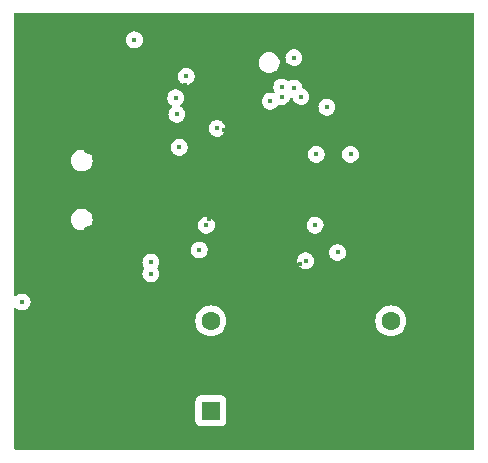
<source format=gbr>
%TF.GenerationSoftware,KiCad,Pcbnew,(6.0.0)*%
%TF.CreationDate,2022-03-30T15:51:48+02:00*%
%TF.ProjectId,USBMIc,5553424d-4963-42e6-9b69-6361645f7063,rev?*%
%TF.SameCoordinates,Original*%
%TF.FileFunction,Copper,L2,Inr*%
%TF.FilePolarity,Positive*%
%FSLAX46Y46*%
G04 Gerber Fmt 4.6, Leading zero omitted, Abs format (unit mm)*
G04 Created by KiCad (PCBNEW (6.0.0)) date 2022-03-30 15:51:48*
%MOMM*%
%LPD*%
G01*
G04 APERTURE LIST*
%TA.AperFunction,ComponentPad*%
%ADD10R,1.600000X1.600000*%
%TD*%
%TA.AperFunction,ComponentPad*%
%ADD11C,1.600000*%
%TD*%
%TA.AperFunction,ComponentPad*%
%ADD12O,2.000000X1.450000*%
%TD*%
%TA.AperFunction,ComponentPad*%
%ADD13O,1.800000X1.150000*%
%TD*%
%TA.AperFunction,ViaPad*%
%ADD14C,0.400000*%
%TD*%
G04 APERTURE END LIST*
D10*
%TO.N,unconnected-(X1-Pad1)*%
%TO.C,X1*%
X83180000Y-92210000D03*
D11*
%TO.N,+3V3*%
X83180000Y-84590000D03*
%TO.N,Net-(U3-Pad5)*%
X98420000Y-84590000D03*
%TO.N,GND*%
X98420000Y-92210000D03*
%TD*%
D12*
%TO.N,GND*%
%TO.C,J1*%
X73300000Y-69800000D03*
X73300000Y-77250000D03*
D13*
X69500000Y-69650000D03*
X69500000Y-77400000D03*
%TD*%
D14*
%TO.N,GND*%
X75500000Y-73400000D03*
%TO.N,CK*%
X89175020Y-65600000D03*
X90800000Y-65600000D03*
%TO.N,SD*%
X90200000Y-62300000D03*
X88200000Y-66000000D03*
%TO.N,RST*%
X78100000Y-79600000D03*
X78100000Y-80600000D03*
%TO.N,GND*%
X79100000Y-82200000D03*
%TO.N,Net-(R5-Pad1)*%
X81095980Y-63896203D03*
X80500000Y-69900000D03*
%TO.N,Net-(R6-Pad1)*%
X80200000Y-65700000D03*
X80300000Y-67100000D03*
%TO.N,GND*%
X78800000Y-78900000D03*
X72500000Y-74800000D03*
X76100000Y-78300000D03*
X77500000Y-76700000D03*
X74900000Y-90600000D03*
X67300000Y-88300000D03*
X67300000Y-85500000D03*
%TO.N,+3V3*%
X67200000Y-83000000D03*
%TO.N,GND*%
X83022650Y-75943376D03*
%TO.N,+3V3*%
X82200000Y-78600000D03*
X82800000Y-76500000D03*
%TO.N,GND*%
X90685931Y-79808441D03*
X89200000Y-79700000D03*
%TO.N,+3V3*%
X91200000Y-79500000D03*
X93900000Y-78800000D03*
%TO.N,GND*%
X97000000Y-78800000D03*
X97300000Y-76700000D03*
%TO.N,+3V3*%
X92000000Y-76500000D03*
%TO.N,GND*%
X94300000Y-71100000D03*
X90700000Y-68300000D03*
X95000000Y-66900000D03*
%TO.N,+3V3*%
X92100000Y-70500000D03*
X95000000Y-70500000D03*
X93000000Y-66500000D03*
%TO.N,GND*%
X92900000Y-63300000D03*
X95800000Y-61900000D03*
X101600000Y-69600000D03*
X99300000Y-69600000D03*
%TO.N,+3V3*%
X76700000Y-60800000D03*
%TO.N,GND*%
X84287718Y-68418281D03*
%TO.N,+3V3*%
X83700000Y-68300000D03*
X90220000Y-64880000D03*
X89175020Y-64800000D03*
%TO.N,GND*%
X91300000Y-64700000D03*
X88200000Y-64800000D03*
X92500000Y-59800000D03*
X85600000Y-59600000D03*
X85200000Y-61200000D03*
X83400000Y-64500000D03*
X81000000Y-64600000D03*
X78600000Y-64300000D03*
X74000000Y-67100000D03*
X69319809Y-65480191D03*
X71100000Y-65700000D03*
X72600000Y-63900000D03*
%TD*%
%TA.AperFunction,Conductor*%
%TO.N,GND*%
G36*
X105434121Y-58528002D02*
G01*
X105480614Y-58581658D01*
X105492000Y-58634000D01*
X105492000Y-95366000D01*
X105471998Y-95434121D01*
X105418342Y-95480614D01*
X105366000Y-95492000D01*
X66634000Y-95492000D01*
X66565879Y-95471998D01*
X66519386Y-95418342D01*
X66508000Y-95366000D01*
X66508000Y-93058134D01*
X81871500Y-93058134D01*
X81878255Y-93120316D01*
X81929385Y-93256705D01*
X82016739Y-93373261D01*
X82133295Y-93460615D01*
X82269684Y-93511745D01*
X82331866Y-93518500D01*
X84028134Y-93518500D01*
X84090316Y-93511745D01*
X84226705Y-93460615D01*
X84343261Y-93373261D01*
X84430615Y-93256705D01*
X84481745Y-93120316D01*
X84488500Y-93058134D01*
X84488500Y-91361866D01*
X84481745Y-91299684D01*
X84430615Y-91163295D01*
X84343261Y-91046739D01*
X84226705Y-90959385D01*
X84090316Y-90908255D01*
X84028134Y-90901500D01*
X82331866Y-90901500D01*
X82269684Y-90908255D01*
X82133295Y-90959385D01*
X82016739Y-91046739D01*
X81929385Y-91163295D01*
X81878255Y-91299684D01*
X81871500Y-91361866D01*
X81871500Y-93058134D01*
X66508000Y-93058134D01*
X66508000Y-84590000D01*
X81866502Y-84590000D01*
X81886457Y-84818087D01*
X81945716Y-85039243D01*
X81948039Y-85044224D01*
X81948039Y-85044225D01*
X82040151Y-85241762D01*
X82040154Y-85241767D01*
X82042477Y-85246749D01*
X82173802Y-85434300D01*
X82335700Y-85596198D01*
X82340208Y-85599355D01*
X82340211Y-85599357D01*
X82418389Y-85654098D01*
X82523251Y-85727523D01*
X82528233Y-85729846D01*
X82528238Y-85729849D01*
X82725775Y-85821961D01*
X82730757Y-85824284D01*
X82736065Y-85825706D01*
X82736067Y-85825707D01*
X82946598Y-85882119D01*
X82946600Y-85882119D01*
X82951913Y-85883543D01*
X83180000Y-85903498D01*
X83408087Y-85883543D01*
X83413400Y-85882119D01*
X83413402Y-85882119D01*
X83623933Y-85825707D01*
X83623935Y-85825706D01*
X83629243Y-85824284D01*
X83634225Y-85821961D01*
X83831762Y-85729849D01*
X83831767Y-85729846D01*
X83836749Y-85727523D01*
X83941611Y-85654098D01*
X84019789Y-85599357D01*
X84019792Y-85599355D01*
X84024300Y-85596198D01*
X84186198Y-85434300D01*
X84317523Y-85246749D01*
X84319846Y-85241767D01*
X84319849Y-85241762D01*
X84411961Y-85044225D01*
X84411961Y-85044224D01*
X84414284Y-85039243D01*
X84473543Y-84818087D01*
X84493498Y-84590000D01*
X97106502Y-84590000D01*
X97126457Y-84818087D01*
X97185716Y-85039243D01*
X97188039Y-85044224D01*
X97188039Y-85044225D01*
X97280151Y-85241762D01*
X97280154Y-85241767D01*
X97282477Y-85246749D01*
X97413802Y-85434300D01*
X97575700Y-85596198D01*
X97580208Y-85599355D01*
X97580211Y-85599357D01*
X97658389Y-85654098D01*
X97763251Y-85727523D01*
X97768233Y-85729846D01*
X97768238Y-85729849D01*
X97965775Y-85821961D01*
X97970757Y-85824284D01*
X97976065Y-85825706D01*
X97976067Y-85825707D01*
X98186598Y-85882119D01*
X98186600Y-85882119D01*
X98191913Y-85883543D01*
X98420000Y-85903498D01*
X98648087Y-85883543D01*
X98653400Y-85882119D01*
X98653402Y-85882119D01*
X98863933Y-85825707D01*
X98863935Y-85825706D01*
X98869243Y-85824284D01*
X98874225Y-85821961D01*
X99071762Y-85729849D01*
X99071767Y-85729846D01*
X99076749Y-85727523D01*
X99181611Y-85654098D01*
X99259789Y-85599357D01*
X99259792Y-85599355D01*
X99264300Y-85596198D01*
X99426198Y-85434300D01*
X99557523Y-85246749D01*
X99559846Y-85241767D01*
X99559849Y-85241762D01*
X99651961Y-85044225D01*
X99651961Y-85044224D01*
X99654284Y-85039243D01*
X99713543Y-84818087D01*
X99733498Y-84590000D01*
X99713543Y-84361913D01*
X99654284Y-84140757D01*
X99651961Y-84135775D01*
X99559849Y-83938238D01*
X99559846Y-83938233D01*
X99557523Y-83933251D01*
X99426198Y-83745700D01*
X99264300Y-83583802D01*
X99259792Y-83580645D01*
X99259789Y-83580643D01*
X99128302Y-83488575D01*
X99076749Y-83452477D01*
X99071767Y-83450154D01*
X99071762Y-83450151D01*
X98874225Y-83358039D01*
X98874224Y-83358039D01*
X98869243Y-83355716D01*
X98863935Y-83354294D01*
X98863933Y-83354293D01*
X98653402Y-83297881D01*
X98653400Y-83297881D01*
X98648087Y-83296457D01*
X98420000Y-83276502D01*
X98191913Y-83296457D01*
X98186600Y-83297881D01*
X98186598Y-83297881D01*
X97976067Y-83354293D01*
X97976065Y-83354294D01*
X97970757Y-83355716D01*
X97965776Y-83358039D01*
X97965775Y-83358039D01*
X97768238Y-83450151D01*
X97768233Y-83450154D01*
X97763251Y-83452477D01*
X97711698Y-83488575D01*
X97580211Y-83580643D01*
X97580208Y-83580645D01*
X97575700Y-83583802D01*
X97413802Y-83745700D01*
X97282477Y-83933251D01*
X97280154Y-83938233D01*
X97280151Y-83938238D01*
X97188039Y-84135775D01*
X97185716Y-84140757D01*
X97126457Y-84361913D01*
X97106502Y-84590000D01*
X84493498Y-84590000D01*
X84473543Y-84361913D01*
X84414284Y-84140757D01*
X84411961Y-84135775D01*
X84319849Y-83938238D01*
X84319846Y-83938233D01*
X84317523Y-83933251D01*
X84186198Y-83745700D01*
X84024300Y-83583802D01*
X84019792Y-83580645D01*
X84019789Y-83580643D01*
X83888302Y-83488575D01*
X83836749Y-83452477D01*
X83831767Y-83450154D01*
X83831762Y-83450151D01*
X83634225Y-83358039D01*
X83634224Y-83358039D01*
X83629243Y-83355716D01*
X83623935Y-83354294D01*
X83623933Y-83354293D01*
X83413402Y-83297881D01*
X83413400Y-83297881D01*
X83408087Y-83296457D01*
X83180000Y-83276502D01*
X82951913Y-83296457D01*
X82946600Y-83297881D01*
X82946598Y-83297881D01*
X82736067Y-83354293D01*
X82736065Y-83354294D01*
X82730757Y-83355716D01*
X82725776Y-83358039D01*
X82725775Y-83358039D01*
X82528238Y-83450151D01*
X82528233Y-83450154D01*
X82523251Y-83452477D01*
X82471698Y-83488575D01*
X82340211Y-83580643D01*
X82340208Y-83580645D01*
X82335700Y-83583802D01*
X82173802Y-83745700D01*
X82042477Y-83933251D01*
X82040154Y-83938233D01*
X82040151Y-83938238D01*
X81948039Y-84135775D01*
X81945716Y-84140757D01*
X81886457Y-84361913D01*
X81866502Y-84590000D01*
X66508000Y-84590000D01*
X66508000Y-83613293D01*
X66528002Y-83545172D01*
X66581658Y-83498679D01*
X66651932Y-83488575D01*
X66718799Y-83520099D01*
X66780944Y-83576646D01*
X66780948Y-83576649D01*
X66786565Y-83581760D01*
X66937268Y-83663585D01*
X67103139Y-83707101D01*
X67190586Y-83708474D01*
X67267003Y-83709675D01*
X67267006Y-83709675D01*
X67274602Y-83709794D01*
X67282006Y-83708098D01*
X67282008Y-83708098D01*
X67344846Y-83693706D01*
X67441759Y-83671510D01*
X67594958Y-83594459D01*
X67600729Y-83589530D01*
X67600732Y-83589528D01*
X67719578Y-83488023D01*
X67725355Y-83483089D01*
X67816883Y-83355716D01*
X67820992Y-83349998D01*
X67820993Y-83349997D01*
X67825424Y-83343830D01*
X67889385Y-83184720D01*
X67890455Y-83177202D01*
X67912966Y-83019031D01*
X67912966Y-83019027D01*
X67913547Y-83014947D01*
X67913704Y-83000000D01*
X67893102Y-82829758D01*
X67832487Y-82669344D01*
X67735357Y-82528019D01*
X67729686Y-82522966D01*
X67612993Y-82418996D01*
X67612990Y-82418994D01*
X67607321Y-82413943D01*
X67599325Y-82409709D01*
X67462481Y-82337254D01*
X67462482Y-82337254D01*
X67455769Y-82333700D01*
X67438196Y-82329286D01*
X67296822Y-82293775D01*
X67296818Y-82293775D01*
X67289451Y-82291924D01*
X67281852Y-82291884D01*
X67281850Y-82291884D01*
X67210394Y-82291510D01*
X67117969Y-82291026D01*
X67110589Y-82292798D01*
X67110587Y-82292798D01*
X66958602Y-82329286D01*
X66958598Y-82329287D01*
X66951223Y-82331058D01*
X66798839Y-82409709D01*
X66793122Y-82414696D01*
X66793115Y-82414701D01*
X66716829Y-82481250D01*
X66652347Y-82510958D01*
X66582040Y-82501088D01*
X66528230Y-82454775D01*
X66508000Y-82386301D01*
X66508000Y-80592526D01*
X77386335Y-80592526D01*
X77405153Y-80762975D01*
X77407762Y-80770106D01*
X77407763Y-80770108D01*
X77415688Y-80791764D01*
X77464085Y-80924015D01*
X77559730Y-81066349D01*
X77686565Y-81181760D01*
X77837268Y-81263585D01*
X78003139Y-81307101D01*
X78090586Y-81308474D01*
X78167003Y-81309675D01*
X78167006Y-81309675D01*
X78174602Y-81309794D01*
X78182006Y-81308098D01*
X78182008Y-81308098D01*
X78244846Y-81293706D01*
X78341759Y-81271510D01*
X78494958Y-81194459D01*
X78500729Y-81189530D01*
X78500732Y-81189528D01*
X78619578Y-81088023D01*
X78625355Y-81083089D01*
X78725424Y-80943830D01*
X78789385Y-80784720D01*
X78813547Y-80614947D01*
X78813704Y-80600000D01*
X78793102Y-80429758D01*
X78732487Y-80269344D01*
X78664842Y-80170920D01*
X78642742Y-80103451D01*
X78660627Y-80034744D01*
X78666360Y-80026027D01*
X78720990Y-79950002D01*
X78720994Y-79949996D01*
X78725424Y-79943830D01*
X78789385Y-79784720D01*
X78793554Y-79755425D01*
X78812966Y-79619031D01*
X78812966Y-79619027D01*
X78813547Y-79614947D01*
X78813704Y-79600000D01*
X78809258Y-79563262D01*
X78800698Y-79492526D01*
X90486335Y-79492526D01*
X90495744Y-79577750D01*
X90499851Y-79614947D01*
X90505153Y-79662975D01*
X90507762Y-79670106D01*
X90507763Y-79670108D01*
X90515688Y-79691764D01*
X90564085Y-79824015D01*
X90659730Y-79966349D01*
X90723147Y-80024054D01*
X90769629Y-80066349D01*
X90786565Y-80081760D01*
X90937268Y-80163585D01*
X91103139Y-80207101D01*
X91190586Y-80208474D01*
X91267003Y-80209675D01*
X91267006Y-80209675D01*
X91274602Y-80209794D01*
X91282006Y-80208098D01*
X91282008Y-80208098D01*
X91344846Y-80193706D01*
X91441759Y-80171510D01*
X91594958Y-80094459D01*
X91600729Y-80089530D01*
X91600732Y-80089528D01*
X91719578Y-79988023D01*
X91725355Y-79983089D01*
X91825424Y-79843830D01*
X91889385Y-79684720D01*
X91900854Y-79604133D01*
X91912966Y-79519031D01*
X91912966Y-79519027D01*
X91913547Y-79514947D01*
X91913704Y-79500000D01*
X91893102Y-79329758D01*
X91885559Y-79309794D01*
X91835171Y-79176447D01*
X91832487Y-79169344D01*
X91768965Y-79076919D01*
X91739659Y-79034278D01*
X91739658Y-79034276D01*
X91735357Y-79028019D01*
X91729686Y-79022966D01*
X91612993Y-78918996D01*
X91612990Y-78918994D01*
X91607321Y-78913943D01*
X91599325Y-78909709D01*
X91462481Y-78837254D01*
X91462482Y-78837254D01*
X91455769Y-78833700D01*
X91438196Y-78829286D01*
X91296822Y-78793775D01*
X91296818Y-78793775D01*
X91291847Y-78792526D01*
X93186335Y-78792526D01*
X93191273Y-78837254D01*
X93202262Y-78936785D01*
X93205153Y-78962975D01*
X93207762Y-78970106D01*
X93207763Y-78970108D01*
X93224081Y-79014698D01*
X93264085Y-79124015D01*
X93268322Y-79130321D01*
X93268324Y-79130324D01*
X93290340Y-79163086D01*
X93359730Y-79266349D01*
X93486565Y-79381760D01*
X93637268Y-79463585D01*
X93803139Y-79507101D01*
X93890586Y-79508474D01*
X93967003Y-79509675D01*
X93967006Y-79509675D01*
X93974602Y-79509794D01*
X93982006Y-79508098D01*
X93982008Y-79508098D01*
X94082880Y-79484995D01*
X94141759Y-79471510D01*
X94294958Y-79394459D01*
X94300729Y-79389530D01*
X94300732Y-79389528D01*
X94419578Y-79288023D01*
X94425355Y-79283089D01*
X94525424Y-79143830D01*
X94589385Y-78984720D01*
X94594327Y-78949998D01*
X94612966Y-78819031D01*
X94612966Y-78819027D01*
X94613547Y-78814947D01*
X94613704Y-78800000D01*
X94593102Y-78629758D01*
X94587506Y-78614947D01*
X94535171Y-78476447D01*
X94532487Y-78469344D01*
X94435357Y-78328019D01*
X94429686Y-78322966D01*
X94312993Y-78218996D01*
X94312990Y-78218994D01*
X94307321Y-78213943D01*
X94299325Y-78209709D01*
X94162481Y-78137254D01*
X94162482Y-78137254D01*
X94155769Y-78133700D01*
X94133152Y-78128019D01*
X93996822Y-78093775D01*
X93996818Y-78093775D01*
X93989451Y-78091924D01*
X93981852Y-78091884D01*
X93981850Y-78091884D01*
X93910394Y-78091510D01*
X93817969Y-78091026D01*
X93810589Y-78092798D01*
X93810587Y-78092798D01*
X93658602Y-78129286D01*
X93658598Y-78129287D01*
X93651223Y-78131058D01*
X93498839Y-78209709D01*
X93369615Y-78322439D01*
X93271010Y-78462739D01*
X93239864Y-78542624D01*
X93213275Y-78610822D01*
X93208718Y-78622509D01*
X93207726Y-78630042D01*
X93207726Y-78630043D01*
X93187363Y-78784720D01*
X93186335Y-78792526D01*
X91291847Y-78792526D01*
X91289451Y-78791924D01*
X91281852Y-78791884D01*
X91281850Y-78791884D01*
X91210394Y-78791510D01*
X91117969Y-78791026D01*
X91110589Y-78792798D01*
X91110587Y-78792798D01*
X90958602Y-78829286D01*
X90958598Y-78829287D01*
X90951223Y-78831058D01*
X90798839Y-78909709D01*
X90669615Y-79022439D01*
X90571010Y-79162739D01*
X90558643Y-79194459D01*
X90513722Y-79309675D01*
X90508718Y-79322509D01*
X90507726Y-79330042D01*
X90507726Y-79330043D01*
X90488879Y-79473205D01*
X90486335Y-79492526D01*
X78800698Y-79492526D01*
X78794015Y-79437299D01*
X78794014Y-79437296D01*
X78793102Y-79429758D01*
X78777901Y-79389528D01*
X78735171Y-79276447D01*
X78732487Y-79269344D01*
X78668641Y-79176447D01*
X78639659Y-79134278D01*
X78639658Y-79134276D01*
X78635357Y-79128019D01*
X78629686Y-79122966D01*
X78512993Y-79018996D01*
X78512990Y-79018994D01*
X78507321Y-79013943D01*
X78499325Y-79009709D01*
X78424531Y-78970108D01*
X78355769Y-78933700D01*
X78338196Y-78929286D01*
X78196822Y-78893775D01*
X78196818Y-78893775D01*
X78189451Y-78891924D01*
X78181852Y-78891884D01*
X78181850Y-78891884D01*
X78110394Y-78891510D01*
X78017969Y-78891026D01*
X78010589Y-78892798D01*
X78010587Y-78892798D01*
X77858602Y-78929286D01*
X77858598Y-78929287D01*
X77851223Y-78931058D01*
X77698839Y-79009709D01*
X77569615Y-79122439D01*
X77471010Y-79262739D01*
X77408718Y-79422509D01*
X77407726Y-79430042D01*
X77407726Y-79430043D01*
X77396011Y-79519031D01*
X77386335Y-79592526D01*
X77405153Y-79762975D01*
X77407762Y-79770106D01*
X77407763Y-79770108D01*
X77415688Y-79791764D01*
X77464085Y-79924015D01*
X77468322Y-79930321D01*
X77468324Y-79930324D01*
X77535530Y-80030336D01*
X77556923Y-80098033D01*
X77538319Y-80166549D01*
X77534041Y-80173056D01*
X77471010Y-80262739D01*
X77408718Y-80422509D01*
X77386335Y-80592526D01*
X66508000Y-80592526D01*
X66508000Y-78592526D01*
X81486335Y-78592526D01*
X81505153Y-78762975D01*
X81507762Y-78770106D01*
X81507763Y-78770108D01*
X81522662Y-78810822D01*
X81564085Y-78924015D01*
X81568322Y-78930321D01*
X81568324Y-78930324D01*
X81590265Y-78962975D01*
X81659730Y-79066349D01*
X81715262Y-79116879D01*
X81766043Y-79163086D01*
X81786565Y-79181760D01*
X81937268Y-79263585D01*
X82103139Y-79307101D01*
X82190586Y-79308474D01*
X82267003Y-79309675D01*
X82267006Y-79309675D01*
X82274602Y-79309794D01*
X82282006Y-79308098D01*
X82282008Y-79308098D01*
X82391202Y-79283089D01*
X82441759Y-79271510D01*
X82594958Y-79194459D01*
X82600729Y-79189530D01*
X82600732Y-79189528D01*
X82719578Y-79088023D01*
X82725355Y-79083089D01*
X82798470Y-78981340D01*
X82820992Y-78949998D01*
X82820993Y-78949997D01*
X82825424Y-78943830D01*
X82889385Y-78784720D01*
X82913547Y-78614947D01*
X82913704Y-78600000D01*
X82897893Y-78469344D01*
X82894015Y-78437299D01*
X82894014Y-78437296D01*
X82893102Y-78429758D01*
X82857024Y-78334278D01*
X82835171Y-78276447D01*
X82832487Y-78269344D01*
X82735357Y-78128019D01*
X82729686Y-78122966D01*
X82612993Y-78018996D01*
X82612990Y-78018994D01*
X82607321Y-78013943D01*
X82599325Y-78009709D01*
X82462481Y-77937254D01*
X82462482Y-77937254D01*
X82455769Y-77933700D01*
X82438196Y-77929286D01*
X82296822Y-77893775D01*
X82296818Y-77893775D01*
X82289451Y-77891924D01*
X82281852Y-77891884D01*
X82281850Y-77891884D01*
X82210394Y-77891510D01*
X82117969Y-77891026D01*
X82110589Y-77892798D01*
X82110587Y-77892798D01*
X81958602Y-77929286D01*
X81958598Y-77929287D01*
X81951223Y-77931058D01*
X81798839Y-78009709D01*
X81669615Y-78122439D01*
X81571010Y-78262739D01*
X81508718Y-78422509D01*
X81507726Y-78430042D01*
X81507726Y-78430043D01*
X81502490Y-78469819D01*
X81486335Y-78592526D01*
X66508000Y-78592526D01*
X66508000Y-76025000D01*
X71336496Y-76025000D01*
X71337186Y-76031565D01*
X71352414Y-76176447D01*
X71356458Y-76214928D01*
X71415473Y-76396556D01*
X71510960Y-76561944D01*
X71515378Y-76566851D01*
X71515379Y-76566852D01*
X71608351Y-76670108D01*
X71638747Y-76703866D01*
X71793248Y-76816118D01*
X71799276Y-76818802D01*
X71799278Y-76818803D01*
X71855490Y-76843830D01*
X71967712Y-76893794D01*
X72061112Y-76913647D01*
X72148056Y-76932128D01*
X72148061Y-76932128D01*
X72154513Y-76933500D01*
X72345487Y-76933500D01*
X72351939Y-76932128D01*
X72351944Y-76932128D01*
X72438888Y-76913647D01*
X72532288Y-76893794D01*
X72644510Y-76843830D01*
X72700722Y-76818803D01*
X72700724Y-76818802D01*
X72706752Y-76816118D01*
X72861253Y-76703866D01*
X72891649Y-76670108D01*
X72984621Y-76566852D01*
X72984622Y-76566851D01*
X72989040Y-76561944D01*
X73029119Y-76492526D01*
X82086335Y-76492526D01*
X82105153Y-76662975D01*
X82107762Y-76670106D01*
X82107763Y-76670108D01*
X82115688Y-76691764D01*
X82164085Y-76824015D01*
X82259730Y-76966349D01*
X82386565Y-77081760D01*
X82537268Y-77163585D01*
X82703139Y-77207101D01*
X82790586Y-77208474D01*
X82867003Y-77209675D01*
X82867006Y-77209675D01*
X82874602Y-77209794D01*
X82882006Y-77208098D01*
X82882008Y-77208098D01*
X82944846Y-77193706D01*
X83041759Y-77171510D01*
X83194958Y-77094459D01*
X83200729Y-77089530D01*
X83200732Y-77089528D01*
X83319578Y-76988023D01*
X83325355Y-76983089D01*
X83425424Y-76843830D01*
X83489385Y-76684720D01*
X83506160Y-76566852D01*
X83512966Y-76519031D01*
X83512966Y-76519027D01*
X83513547Y-76514947D01*
X83513704Y-76500000D01*
X83512800Y-76492526D01*
X91286335Y-76492526D01*
X91305153Y-76662975D01*
X91307762Y-76670106D01*
X91307763Y-76670108D01*
X91315688Y-76691764D01*
X91364085Y-76824015D01*
X91459730Y-76966349D01*
X91586565Y-77081760D01*
X91737268Y-77163585D01*
X91903139Y-77207101D01*
X91990586Y-77208474D01*
X92067003Y-77209675D01*
X92067006Y-77209675D01*
X92074602Y-77209794D01*
X92082006Y-77208098D01*
X92082008Y-77208098D01*
X92144846Y-77193706D01*
X92241759Y-77171510D01*
X92394958Y-77094459D01*
X92400729Y-77089530D01*
X92400732Y-77089528D01*
X92519578Y-76988023D01*
X92525355Y-76983089D01*
X92625424Y-76843830D01*
X92689385Y-76684720D01*
X92706160Y-76566852D01*
X92712966Y-76519031D01*
X92712966Y-76519027D01*
X92713547Y-76514947D01*
X92713704Y-76500000D01*
X92693102Y-76329758D01*
X92632487Y-76169344D01*
X92535357Y-76028019D01*
X92529686Y-76022966D01*
X92412993Y-75918996D01*
X92412990Y-75918994D01*
X92407321Y-75913943D01*
X92399325Y-75909709D01*
X92346723Y-75881858D01*
X92255769Y-75833700D01*
X92238196Y-75829286D01*
X92096822Y-75793775D01*
X92096818Y-75793775D01*
X92089451Y-75791924D01*
X92081852Y-75791884D01*
X92081850Y-75791884D01*
X92010394Y-75791510D01*
X91917969Y-75791026D01*
X91910589Y-75792798D01*
X91910587Y-75792798D01*
X91758602Y-75829286D01*
X91758598Y-75829287D01*
X91751223Y-75831058D01*
X91598839Y-75909709D01*
X91469615Y-76022439D01*
X91371010Y-76162739D01*
X91308718Y-76322509D01*
X91307726Y-76330042D01*
X91307726Y-76330043D01*
X91298970Y-76396556D01*
X91286335Y-76492526D01*
X83512800Y-76492526D01*
X83493102Y-76329758D01*
X83432487Y-76169344D01*
X83335357Y-76028019D01*
X83329686Y-76022966D01*
X83212993Y-75918996D01*
X83212990Y-75918994D01*
X83207321Y-75913943D01*
X83199325Y-75909709D01*
X83146723Y-75881858D01*
X83055769Y-75833700D01*
X83038196Y-75829286D01*
X82896822Y-75793775D01*
X82896818Y-75793775D01*
X82889451Y-75791924D01*
X82881852Y-75791884D01*
X82881850Y-75791884D01*
X82810394Y-75791510D01*
X82717969Y-75791026D01*
X82710589Y-75792798D01*
X82710587Y-75792798D01*
X82558602Y-75829286D01*
X82558598Y-75829287D01*
X82551223Y-75831058D01*
X82398839Y-75909709D01*
X82269615Y-76022439D01*
X82171010Y-76162739D01*
X82108718Y-76322509D01*
X82107726Y-76330042D01*
X82107726Y-76330043D01*
X82098970Y-76396556D01*
X82086335Y-76492526D01*
X73029119Y-76492526D01*
X73084527Y-76396556D01*
X73143542Y-76214928D01*
X73147587Y-76176447D01*
X73162814Y-76031565D01*
X73163504Y-76025000D01*
X73143542Y-75835072D01*
X73084527Y-75653444D01*
X72989040Y-75488056D01*
X72861253Y-75346134D01*
X72706752Y-75233882D01*
X72700724Y-75231198D01*
X72700722Y-75231197D01*
X72538319Y-75158891D01*
X72538318Y-75158891D01*
X72532288Y-75156206D01*
X72438888Y-75136353D01*
X72351944Y-75117872D01*
X72351939Y-75117872D01*
X72345487Y-75116500D01*
X72154513Y-75116500D01*
X72148061Y-75117872D01*
X72148056Y-75117872D01*
X72061112Y-75136353D01*
X71967712Y-75156206D01*
X71961682Y-75158891D01*
X71961681Y-75158891D01*
X71799278Y-75231197D01*
X71799276Y-75231198D01*
X71793248Y-75233882D01*
X71638747Y-75346134D01*
X71510960Y-75488056D01*
X71415473Y-75653444D01*
X71356458Y-75835072D01*
X71336496Y-76025000D01*
X66508000Y-76025000D01*
X66508000Y-71025000D01*
X71336496Y-71025000D01*
X71337186Y-71031565D01*
X71351895Y-71171510D01*
X71356458Y-71214928D01*
X71415473Y-71396556D01*
X71510960Y-71561944D01*
X71638747Y-71703866D01*
X71793248Y-71816118D01*
X71799276Y-71818802D01*
X71799278Y-71818803D01*
X71961681Y-71891109D01*
X71967712Y-71893794D01*
X72061112Y-71913647D01*
X72148056Y-71932128D01*
X72148061Y-71932128D01*
X72154513Y-71933500D01*
X72345487Y-71933500D01*
X72351939Y-71932128D01*
X72351944Y-71932128D01*
X72438888Y-71913647D01*
X72532288Y-71893794D01*
X72538319Y-71891109D01*
X72700722Y-71818803D01*
X72700724Y-71818802D01*
X72706752Y-71816118D01*
X72861253Y-71703866D01*
X72989040Y-71561944D01*
X73084527Y-71396556D01*
X73143542Y-71214928D01*
X73148106Y-71171510D01*
X73162814Y-71031565D01*
X73163504Y-71025000D01*
X73145111Y-70849998D01*
X73144232Y-70841635D01*
X73144232Y-70841633D01*
X73143542Y-70835072D01*
X73084527Y-70653444D01*
X72989040Y-70488056D01*
X72894528Y-70383089D01*
X72865675Y-70351045D01*
X72865674Y-70351044D01*
X72861253Y-70346134D01*
X72706752Y-70233882D01*
X72700724Y-70231198D01*
X72700722Y-70231197D01*
X72538319Y-70158891D01*
X72538318Y-70158891D01*
X72532288Y-70156206D01*
X72438887Y-70136353D01*
X72351944Y-70117872D01*
X72351939Y-70117872D01*
X72345487Y-70116500D01*
X72154513Y-70116500D01*
X72148061Y-70117872D01*
X72148056Y-70117872D01*
X72061113Y-70136353D01*
X71967712Y-70156206D01*
X71961682Y-70158891D01*
X71961681Y-70158891D01*
X71799278Y-70231197D01*
X71799276Y-70231198D01*
X71793248Y-70233882D01*
X71638747Y-70346134D01*
X71634326Y-70351044D01*
X71634325Y-70351045D01*
X71605473Y-70383089D01*
X71510960Y-70488056D01*
X71415473Y-70653444D01*
X71356458Y-70835072D01*
X71355768Y-70841633D01*
X71355768Y-70841635D01*
X71354889Y-70849998D01*
X71336496Y-71025000D01*
X66508000Y-71025000D01*
X66508000Y-69892526D01*
X79786335Y-69892526D01*
X79795744Y-69977750D01*
X79801985Y-70034278D01*
X79805153Y-70062975D01*
X79807762Y-70070106D01*
X79807763Y-70070108D01*
X79815688Y-70091764D01*
X79864085Y-70224015D01*
X79959730Y-70366349D01*
X80086565Y-70481760D01*
X80237268Y-70563585D01*
X80403139Y-70607101D01*
X80490586Y-70608474D01*
X80567003Y-70609675D01*
X80567006Y-70609675D01*
X80574602Y-70609794D01*
X80582006Y-70608098D01*
X80582008Y-70608098D01*
X80644846Y-70593706D01*
X80741759Y-70571510D01*
X80894958Y-70494459D01*
X80897221Y-70492526D01*
X91386335Y-70492526D01*
X91393780Y-70559962D01*
X91404101Y-70653444D01*
X91405153Y-70662975D01*
X91407762Y-70670106D01*
X91407763Y-70670108D01*
X91415688Y-70691764D01*
X91464085Y-70824015D01*
X91559730Y-70966349D01*
X91686565Y-71081760D01*
X91837268Y-71163585D01*
X92003139Y-71207101D01*
X92090586Y-71208474D01*
X92167003Y-71209675D01*
X92167006Y-71209675D01*
X92174602Y-71209794D01*
X92182006Y-71208098D01*
X92182008Y-71208098D01*
X92244846Y-71193706D01*
X92341759Y-71171510D01*
X92494958Y-71094459D01*
X92500729Y-71089530D01*
X92500732Y-71089528D01*
X92619578Y-70988023D01*
X92625355Y-70983089D01*
X92725424Y-70843830D01*
X92789385Y-70684720D01*
X92794651Y-70647721D01*
X92812966Y-70519031D01*
X92812966Y-70519027D01*
X92813547Y-70514947D01*
X92813704Y-70500000D01*
X92812800Y-70492526D01*
X94286335Y-70492526D01*
X94293780Y-70559962D01*
X94304101Y-70653444D01*
X94305153Y-70662975D01*
X94307762Y-70670106D01*
X94307763Y-70670108D01*
X94315688Y-70691764D01*
X94364085Y-70824015D01*
X94459730Y-70966349D01*
X94586565Y-71081760D01*
X94737268Y-71163585D01*
X94903139Y-71207101D01*
X94990586Y-71208474D01*
X95067003Y-71209675D01*
X95067006Y-71209675D01*
X95074602Y-71209794D01*
X95082006Y-71208098D01*
X95082008Y-71208098D01*
X95144846Y-71193706D01*
X95241759Y-71171510D01*
X95394958Y-71094459D01*
X95400729Y-71089530D01*
X95400732Y-71089528D01*
X95519578Y-70988023D01*
X95525355Y-70983089D01*
X95625424Y-70843830D01*
X95689385Y-70684720D01*
X95694651Y-70647721D01*
X95712966Y-70519031D01*
X95712966Y-70519027D01*
X95713547Y-70514947D01*
X95713704Y-70500000D01*
X95699556Y-70383089D01*
X95694015Y-70337299D01*
X95694014Y-70337296D01*
X95693102Y-70329758D01*
X95662964Y-70249998D01*
X95635171Y-70176447D01*
X95632487Y-70169344D01*
X95535357Y-70028019D01*
X95529686Y-70022966D01*
X95412993Y-69918996D01*
X95412990Y-69918994D01*
X95407321Y-69913943D01*
X95399325Y-69909709D01*
X95262481Y-69837254D01*
X95262482Y-69837254D01*
X95255769Y-69833700D01*
X95238196Y-69829286D01*
X95096822Y-69793775D01*
X95096818Y-69793775D01*
X95089451Y-69791924D01*
X95081852Y-69791884D01*
X95081850Y-69791884D01*
X95010394Y-69791510D01*
X94917969Y-69791026D01*
X94910589Y-69792798D01*
X94910587Y-69792798D01*
X94758602Y-69829286D01*
X94758598Y-69829287D01*
X94751223Y-69831058D01*
X94598839Y-69909709D01*
X94469615Y-70022439D01*
X94371010Y-70162739D01*
X94308718Y-70322509D01*
X94307726Y-70330042D01*
X94307726Y-70330043D01*
X94287570Y-70483148D01*
X94286335Y-70492526D01*
X92812800Y-70492526D01*
X92799556Y-70383089D01*
X92794015Y-70337299D01*
X92794014Y-70337296D01*
X92793102Y-70329758D01*
X92762964Y-70249998D01*
X92735171Y-70176447D01*
X92732487Y-70169344D01*
X92635357Y-70028019D01*
X92629686Y-70022966D01*
X92512993Y-69918996D01*
X92512990Y-69918994D01*
X92507321Y-69913943D01*
X92499325Y-69909709D01*
X92362481Y-69837254D01*
X92362482Y-69837254D01*
X92355769Y-69833700D01*
X92338196Y-69829286D01*
X92196822Y-69793775D01*
X92196818Y-69793775D01*
X92189451Y-69791924D01*
X92181852Y-69791884D01*
X92181850Y-69791884D01*
X92110394Y-69791510D01*
X92017969Y-69791026D01*
X92010589Y-69792798D01*
X92010587Y-69792798D01*
X91858602Y-69829286D01*
X91858598Y-69829287D01*
X91851223Y-69831058D01*
X91698839Y-69909709D01*
X91569615Y-70022439D01*
X91471010Y-70162739D01*
X91408718Y-70322509D01*
X91407726Y-70330042D01*
X91407726Y-70330043D01*
X91387570Y-70483148D01*
X91386335Y-70492526D01*
X80897221Y-70492526D01*
X80900729Y-70489530D01*
X80900732Y-70489528D01*
X81019578Y-70388023D01*
X81025355Y-70383089D01*
X81125424Y-70243830D01*
X81189385Y-70084720D01*
X81196564Y-70034278D01*
X81212966Y-69919031D01*
X81212966Y-69919027D01*
X81213547Y-69914947D01*
X81213704Y-69900000D01*
X81205361Y-69831058D01*
X81194015Y-69737299D01*
X81194014Y-69737296D01*
X81193102Y-69729758D01*
X81132487Y-69569344D01*
X81035357Y-69428019D01*
X81029686Y-69422966D01*
X80912993Y-69318996D01*
X80912990Y-69318994D01*
X80907321Y-69313943D01*
X80899325Y-69309709D01*
X80762481Y-69237254D01*
X80762482Y-69237254D01*
X80755769Y-69233700D01*
X80738196Y-69229286D01*
X80596822Y-69193775D01*
X80596818Y-69193775D01*
X80589451Y-69191924D01*
X80581852Y-69191884D01*
X80581850Y-69191884D01*
X80510394Y-69191510D01*
X80417969Y-69191026D01*
X80410589Y-69192798D01*
X80410587Y-69192798D01*
X80258602Y-69229286D01*
X80258598Y-69229287D01*
X80251223Y-69231058D01*
X80098839Y-69309709D01*
X79969615Y-69422439D01*
X79871010Y-69562739D01*
X79808718Y-69722509D01*
X79807726Y-69730042D01*
X79807726Y-69730043D01*
X79793612Y-69837254D01*
X79786335Y-69892526D01*
X66508000Y-69892526D01*
X66508000Y-68292526D01*
X82986335Y-68292526D01*
X83005153Y-68462975D01*
X83007762Y-68470106D01*
X83007763Y-68470108D01*
X83015688Y-68491764D01*
X83064085Y-68624015D01*
X83159730Y-68766349D01*
X83286565Y-68881760D01*
X83437268Y-68963585D01*
X83603139Y-69007101D01*
X83690586Y-69008474D01*
X83767003Y-69009675D01*
X83767006Y-69009675D01*
X83774602Y-69009794D01*
X83782006Y-69008098D01*
X83782008Y-69008098D01*
X83844846Y-68993706D01*
X83941759Y-68971510D01*
X84094958Y-68894459D01*
X84100729Y-68889530D01*
X84100732Y-68889528D01*
X84219578Y-68788023D01*
X84225355Y-68783089D01*
X84325424Y-68643830D01*
X84389385Y-68484720D01*
X84413547Y-68314947D01*
X84413704Y-68300000D01*
X84393102Y-68129758D01*
X84332487Y-67969344D01*
X84235357Y-67828019D01*
X84229686Y-67822966D01*
X84112993Y-67718996D01*
X84112990Y-67718994D01*
X84107321Y-67713943D01*
X84099325Y-67709709D01*
X83962481Y-67637254D01*
X83962482Y-67637254D01*
X83955769Y-67633700D01*
X83938196Y-67629286D01*
X83796822Y-67593775D01*
X83796818Y-67593775D01*
X83789451Y-67591924D01*
X83781852Y-67591884D01*
X83781850Y-67591884D01*
X83710394Y-67591510D01*
X83617969Y-67591026D01*
X83610589Y-67592798D01*
X83610587Y-67592798D01*
X83458602Y-67629286D01*
X83458598Y-67629287D01*
X83451223Y-67631058D01*
X83298839Y-67709709D01*
X83169615Y-67822439D01*
X83071010Y-67962739D01*
X83008718Y-68122509D01*
X82986335Y-68292526D01*
X66508000Y-68292526D01*
X66508000Y-65692526D01*
X79486335Y-65692526D01*
X79491323Y-65737705D01*
X79502014Y-65834539D01*
X79505153Y-65862975D01*
X79507762Y-65870106D01*
X79507763Y-65870108D01*
X79524081Y-65914698D01*
X79564085Y-66024015D01*
X79659730Y-66166349D01*
X79694372Y-66197871D01*
X79778811Y-66274704D01*
X79786565Y-66281760D01*
X79851247Y-66316879D01*
X79857505Y-66320277D01*
X79907826Y-66370359D01*
X79923083Y-66439697D01*
X79898431Y-66506276D01*
X79880213Y-66525956D01*
X79775342Y-66617442D01*
X79775338Y-66617447D01*
X79769615Y-66622439D01*
X79671010Y-66762739D01*
X79608718Y-66922509D01*
X79607726Y-66930042D01*
X79607726Y-66930043D01*
X79600743Y-66983089D01*
X79586335Y-67092526D01*
X79593780Y-67159962D01*
X79599282Y-67209794D01*
X79605153Y-67262975D01*
X79607762Y-67270106D01*
X79607763Y-67270108D01*
X79615688Y-67291764D01*
X79664085Y-67424015D01*
X79759730Y-67566349D01*
X79886565Y-67681760D01*
X80037268Y-67763585D01*
X80203139Y-67807101D01*
X80290586Y-67808474D01*
X80367003Y-67809675D01*
X80367006Y-67809675D01*
X80374602Y-67809794D01*
X80382006Y-67808098D01*
X80382008Y-67808098D01*
X80444846Y-67793706D01*
X80541759Y-67771510D01*
X80694958Y-67694459D01*
X80700729Y-67689530D01*
X80700732Y-67689528D01*
X80819578Y-67588023D01*
X80825355Y-67583089D01*
X80925424Y-67443830D01*
X80989385Y-67284720D01*
X80993554Y-67255425D01*
X81012966Y-67119031D01*
X81012966Y-67119027D01*
X81013547Y-67114947D01*
X81013704Y-67100000D01*
X80999556Y-66983089D01*
X80994015Y-66937299D01*
X80994014Y-66937296D01*
X80993102Y-66929758D01*
X80962964Y-66849998D01*
X80935171Y-66776447D01*
X80932487Y-66769344D01*
X80923675Y-66756523D01*
X80839659Y-66634278D01*
X80839658Y-66634276D01*
X80835357Y-66628019D01*
X80829686Y-66622966D01*
X80712993Y-66518996D01*
X80712990Y-66518994D01*
X80707321Y-66513943D01*
X80643171Y-66479977D01*
X80592331Y-66430427D01*
X80576349Y-66361252D01*
X80600303Y-66294419D01*
X80620302Y-66272814D01*
X80719578Y-66188023D01*
X80725355Y-66183089D01*
X80825424Y-66043830D01*
X80846048Y-65992526D01*
X87486335Y-65992526D01*
X87505153Y-66162975D01*
X87507762Y-66170106D01*
X87507763Y-66170108D01*
X87513353Y-66185384D01*
X87564085Y-66324015D01*
X87568322Y-66330321D01*
X87568324Y-66330324D01*
X87577400Y-66343830D01*
X87659730Y-66466349D01*
X87786565Y-66581760D01*
X87937268Y-66663585D01*
X88103139Y-66707101D01*
X88190586Y-66708474D01*
X88267003Y-66709675D01*
X88267006Y-66709675D01*
X88274602Y-66709794D01*
X88282006Y-66708098D01*
X88282008Y-66708098D01*
X88353325Y-66691764D01*
X88441759Y-66671510D01*
X88594958Y-66594459D01*
X88600729Y-66589530D01*
X88600732Y-66589528D01*
X88714306Y-66492526D01*
X92286335Y-66492526D01*
X92290026Y-66525956D01*
X92301985Y-66634278D01*
X92305153Y-66662975D01*
X92307762Y-66670106D01*
X92307763Y-66670108D01*
X92322243Y-66709675D01*
X92364085Y-66824015D01*
X92459730Y-66966349D01*
X92586565Y-67081760D01*
X92737268Y-67163585D01*
X92903139Y-67207101D01*
X92990586Y-67208474D01*
X93067003Y-67209675D01*
X93067006Y-67209675D01*
X93074602Y-67209794D01*
X93082006Y-67208098D01*
X93082008Y-67208098D01*
X93144846Y-67193706D01*
X93241759Y-67171510D01*
X93394958Y-67094459D01*
X93400729Y-67089530D01*
X93400732Y-67089528D01*
X93519578Y-66988023D01*
X93525355Y-66983089D01*
X93625424Y-66843830D01*
X93689385Y-66684720D01*
X93696564Y-66634278D01*
X93712966Y-66519031D01*
X93712966Y-66519027D01*
X93713547Y-66514947D01*
X93713704Y-66500000D01*
X93698155Y-66371510D01*
X93694015Y-66337299D01*
X93694014Y-66337296D01*
X93693102Y-66329758D01*
X93689520Y-66320277D01*
X93635171Y-66176447D01*
X93632487Y-66169344D01*
X93568965Y-66076919D01*
X93539659Y-66034278D01*
X93539658Y-66034276D01*
X93535357Y-66028019D01*
X93529686Y-66022966D01*
X93412993Y-65918996D01*
X93412990Y-65918994D01*
X93407321Y-65913943D01*
X93399325Y-65909709D01*
X93324531Y-65870108D01*
X93255769Y-65833700D01*
X93211216Y-65822509D01*
X93096822Y-65793775D01*
X93096818Y-65793775D01*
X93089451Y-65791924D01*
X93081852Y-65791884D01*
X93081850Y-65791884D01*
X93010394Y-65791510D01*
X92917969Y-65791026D01*
X92910589Y-65792798D01*
X92910587Y-65792798D01*
X92758602Y-65829286D01*
X92758598Y-65829287D01*
X92751223Y-65831058D01*
X92598839Y-65909709D01*
X92469615Y-66022439D01*
X92371010Y-66162739D01*
X92358643Y-66194459D01*
X92313722Y-66309675D01*
X92308718Y-66322509D01*
X92307726Y-66330042D01*
X92307726Y-66330043D01*
X92287987Y-66479980D01*
X92286335Y-66492526D01*
X88714306Y-66492526D01*
X88719578Y-66488023D01*
X88725355Y-66483089D01*
X88806361Y-66370359D01*
X88820992Y-66349998D01*
X88820993Y-66349997D01*
X88825424Y-66343830D01*
X88827385Y-66338952D01*
X88877024Y-66289597D01*
X88946441Y-66274704D01*
X88969065Y-66278481D01*
X89070808Y-66305173D01*
X89070812Y-66305174D01*
X89078159Y-66307101D01*
X89165606Y-66308474D01*
X89242023Y-66309675D01*
X89242026Y-66309675D01*
X89249622Y-66309794D01*
X89257026Y-66308098D01*
X89257028Y-66308098D01*
X89337807Y-66289597D01*
X89416779Y-66271510D01*
X89569978Y-66194459D01*
X89575749Y-66189530D01*
X89575752Y-66189528D01*
X89694598Y-66088023D01*
X89700375Y-66083089D01*
X89800444Y-65943830D01*
X89864405Y-65784720D01*
X89865475Y-65777202D01*
X89865872Y-65775720D01*
X89902823Y-65715097D01*
X89966683Y-65684075D01*
X90037178Y-65692503D01*
X90091925Y-65737705D01*
X90105904Y-65765027D01*
X90164085Y-65924015D01*
X90259730Y-66066349D01*
X90323147Y-66124054D01*
X90373760Y-66170108D01*
X90386565Y-66181760D01*
X90537268Y-66263585D01*
X90703139Y-66307101D01*
X90790586Y-66308474D01*
X90867003Y-66309675D01*
X90867006Y-66309675D01*
X90874602Y-66309794D01*
X90882006Y-66308098D01*
X90882008Y-66308098D01*
X90962787Y-66289597D01*
X91041759Y-66271510D01*
X91194958Y-66194459D01*
X91200729Y-66189530D01*
X91200732Y-66189528D01*
X91319578Y-66088023D01*
X91325355Y-66083089D01*
X91425424Y-65943830D01*
X91489385Y-65784720D01*
X91500854Y-65704133D01*
X91512966Y-65619031D01*
X91512966Y-65619027D01*
X91513547Y-65614947D01*
X91513704Y-65600000D01*
X91493102Y-65429758D01*
X91487412Y-65414698D01*
X91435171Y-65276447D01*
X91432487Y-65269344D01*
X91382569Y-65196713D01*
X91339659Y-65134278D01*
X91339658Y-65134276D01*
X91335357Y-65128019D01*
X91320406Y-65114698D01*
X91212993Y-65018996D01*
X91212990Y-65018994D01*
X91207321Y-65013943D01*
X91169231Y-64993775D01*
X91124531Y-64970108D01*
X91055769Y-64933700D01*
X91020567Y-64924858D01*
X90959372Y-64888863D01*
X90927351Y-64825497D01*
X90926176Y-64817792D01*
X90914015Y-64717299D01*
X90914014Y-64717296D01*
X90913102Y-64709758D01*
X90882981Y-64630043D01*
X90855171Y-64556447D01*
X90852487Y-64549344D01*
X90755357Y-64408019D01*
X90749686Y-64402966D01*
X90632993Y-64298996D01*
X90632990Y-64298994D01*
X90627321Y-64293943D01*
X90619325Y-64289709D01*
X90525503Y-64240033D01*
X90475769Y-64213700D01*
X90465251Y-64211058D01*
X90316822Y-64173775D01*
X90316818Y-64173775D01*
X90309451Y-64171924D01*
X90301852Y-64171884D01*
X90301850Y-64171884D01*
X90230394Y-64171510D01*
X90137969Y-64171026D01*
X90130589Y-64172798D01*
X90130587Y-64172798D01*
X89978602Y-64209286D01*
X89978598Y-64209287D01*
X89971223Y-64211058D01*
X89955849Y-64218993D01*
X89825588Y-64286225D01*
X89825584Y-64286227D01*
X89818839Y-64289709D01*
X89814271Y-64293694D01*
X89747309Y-64315240D01*
X89678696Y-64296996D01*
X89660255Y-64283362D01*
X89582341Y-64213943D01*
X89574345Y-64209709D01*
X89437501Y-64137254D01*
X89437502Y-64137254D01*
X89430789Y-64133700D01*
X89413216Y-64129286D01*
X89271842Y-64093775D01*
X89271838Y-64093775D01*
X89264471Y-64091924D01*
X89256872Y-64091884D01*
X89256870Y-64091884D01*
X89185414Y-64091510D01*
X89092989Y-64091026D01*
X89085609Y-64092798D01*
X89085607Y-64092798D01*
X88933622Y-64129286D01*
X88933618Y-64129287D01*
X88926243Y-64131058D01*
X88773859Y-64209709D01*
X88644635Y-64322439D01*
X88546030Y-64462739D01*
X88533813Y-64494074D01*
X88490176Y-64605997D01*
X88483738Y-64622509D01*
X88482746Y-64630042D01*
X88482746Y-64630043D01*
X88471259Y-64717299D01*
X88461355Y-64792526D01*
X88464995Y-64825497D01*
X88472663Y-64894947D01*
X88480173Y-64962975D01*
X88482782Y-64970106D01*
X88482783Y-64970108D01*
X88500674Y-65018996D01*
X88539105Y-65124015D01*
X88543345Y-65130324D01*
X88546790Y-65137086D01*
X88545262Y-65137864D01*
X88563860Y-65196713D01*
X88545711Y-65263558D01*
X88544952Y-65265505D01*
X88492565Y-65312811D01*
X88422513Y-65324353D01*
X88407191Y-65321498D01*
X88296822Y-65293775D01*
X88296818Y-65293775D01*
X88289451Y-65291924D01*
X88281852Y-65291884D01*
X88281850Y-65291884D01*
X88210394Y-65291510D01*
X88117969Y-65291026D01*
X88110589Y-65292798D01*
X88110587Y-65292798D01*
X87958602Y-65329286D01*
X87958598Y-65329287D01*
X87951223Y-65331058D01*
X87798839Y-65409709D01*
X87669615Y-65522439D01*
X87571010Y-65662739D01*
X87549063Y-65719031D01*
X87520643Y-65791924D01*
X87508718Y-65822509D01*
X87507726Y-65830042D01*
X87507726Y-65830043D01*
X87491934Y-65949998D01*
X87486335Y-65992526D01*
X80846048Y-65992526D01*
X80889385Y-65884720D01*
X80896646Y-65833700D01*
X80912966Y-65719031D01*
X80912966Y-65719027D01*
X80913547Y-65714947D01*
X80913704Y-65700000D01*
X80908443Y-65656523D01*
X80894015Y-65537299D01*
X80894014Y-65537296D01*
X80893102Y-65529758D01*
X80890337Y-65522439D01*
X80835171Y-65376447D01*
X80832487Y-65369344D01*
X80780550Y-65293775D01*
X80739659Y-65234278D01*
X80739658Y-65234276D01*
X80735357Y-65228019D01*
X80729686Y-65222966D01*
X80612993Y-65118996D01*
X80612990Y-65118994D01*
X80607321Y-65113943D01*
X80599325Y-65109709D01*
X80462481Y-65037254D01*
X80462482Y-65037254D01*
X80455769Y-65033700D01*
X80397230Y-65018996D01*
X80296822Y-64993775D01*
X80296818Y-64993775D01*
X80289451Y-64991924D01*
X80281852Y-64991884D01*
X80281850Y-64991884D01*
X80210394Y-64991510D01*
X80117969Y-64991026D01*
X80110589Y-64992798D01*
X80110587Y-64992798D01*
X79958602Y-65029286D01*
X79958598Y-65029287D01*
X79951223Y-65031058D01*
X79798839Y-65109709D01*
X79669615Y-65222439D01*
X79571010Y-65362739D01*
X79508718Y-65522509D01*
X79507726Y-65530042D01*
X79507726Y-65530043D01*
X79487448Y-65684075D01*
X79486335Y-65692526D01*
X66508000Y-65692526D01*
X66508000Y-63888729D01*
X80382315Y-63888729D01*
X80401133Y-64059178D01*
X80403742Y-64066309D01*
X80403743Y-64066311D01*
X80426782Y-64129267D01*
X80460065Y-64220218D01*
X80555710Y-64362552D01*
X80682545Y-64477963D01*
X80833248Y-64559788D01*
X80999119Y-64603304D01*
X81086566Y-64604677D01*
X81162983Y-64605878D01*
X81162986Y-64605878D01*
X81170582Y-64605997D01*
X81177986Y-64604301D01*
X81177988Y-64604301D01*
X81240826Y-64589909D01*
X81337739Y-64567713D01*
X81490938Y-64490662D01*
X81496709Y-64485733D01*
X81496712Y-64485731D01*
X81615558Y-64384226D01*
X81621335Y-64379292D01*
X81721404Y-64240033D01*
X81785365Y-64080923D01*
X81809527Y-63911150D01*
X81809684Y-63896203D01*
X81789082Y-63725961D01*
X81728467Y-63565547D01*
X81645277Y-63444505D01*
X81635639Y-63430481D01*
X81635638Y-63430479D01*
X81631337Y-63424222D01*
X81625666Y-63419169D01*
X81508973Y-63315199D01*
X81508970Y-63315197D01*
X81503301Y-63310146D01*
X81495305Y-63305912D01*
X81358461Y-63233457D01*
X81358462Y-63233457D01*
X81351749Y-63229903D01*
X81334176Y-63225489D01*
X81192802Y-63189978D01*
X81192798Y-63189978D01*
X81185431Y-63188127D01*
X81177832Y-63188087D01*
X81177830Y-63188087D01*
X81106374Y-63187713D01*
X81013949Y-63187229D01*
X81006569Y-63189001D01*
X81006567Y-63189001D01*
X80854582Y-63225489D01*
X80854578Y-63225490D01*
X80847203Y-63227261D01*
X80694819Y-63305912D01*
X80565595Y-63418642D01*
X80466990Y-63558942D01*
X80404698Y-63718712D01*
X80382315Y-63888729D01*
X66508000Y-63888729D01*
X66508000Y-62815360D01*
X87226500Y-62815360D01*
X87227872Y-62821813D01*
X87227872Y-62821817D01*
X87240614Y-62881760D01*
X87265113Y-62997021D01*
X87267797Y-63003050D01*
X87267798Y-63003052D01*
X87268743Y-63005173D01*
X87340652Y-63166683D01*
X87344532Y-63172024D01*
X87344533Y-63172025D01*
X87445432Y-63310901D01*
X87449815Y-63316934D01*
X87454725Y-63321355D01*
X87454726Y-63321356D01*
X87569675Y-63424856D01*
X87587831Y-63441204D01*
X87748669Y-63534064D01*
X87925298Y-63591454D01*
X87931861Y-63592144D01*
X87931862Y-63592144D01*
X87956058Y-63594687D01*
X88063694Y-63606000D01*
X88156306Y-63606000D01*
X88263942Y-63594687D01*
X88288138Y-63592144D01*
X88288139Y-63592144D01*
X88294702Y-63591454D01*
X88471331Y-63534064D01*
X88632169Y-63441204D01*
X88650326Y-63424856D01*
X88765274Y-63321356D01*
X88765275Y-63321355D01*
X88770185Y-63316934D01*
X88774569Y-63310901D01*
X88875467Y-63172026D01*
X88875468Y-63172025D01*
X88879348Y-63166684D01*
X88951258Y-63005173D01*
X88952202Y-63003052D01*
X88952202Y-63003051D01*
X88954887Y-62997021D01*
X88979386Y-62881760D01*
X88992128Y-62821817D01*
X88992128Y-62821813D01*
X88993500Y-62815360D01*
X88993500Y-62629640D01*
X88954887Y-62447979D01*
X88895657Y-62314947D01*
X88885675Y-62292526D01*
X89486335Y-62292526D01*
X89495744Y-62377750D01*
X89502832Y-62441948D01*
X89505153Y-62462975D01*
X89507762Y-62470106D01*
X89507763Y-62470108D01*
X89515688Y-62491764D01*
X89564085Y-62624015D01*
X89568322Y-62630321D01*
X89568324Y-62630324D01*
X89572666Y-62636785D01*
X89659730Y-62766349D01*
X89786565Y-62881760D01*
X89937268Y-62963585D01*
X90103139Y-63007101D01*
X90190586Y-63008474D01*
X90267003Y-63009675D01*
X90267006Y-63009675D01*
X90274602Y-63009794D01*
X90282006Y-63008098D01*
X90282008Y-63008098D01*
X90358565Y-62990564D01*
X90441759Y-62971510D01*
X90594958Y-62894459D01*
X90600729Y-62889530D01*
X90600732Y-62889528D01*
X90719578Y-62788023D01*
X90725355Y-62783089D01*
X90825424Y-62643830D01*
X90889385Y-62484720D01*
X90913547Y-62314947D01*
X90913704Y-62300000D01*
X90893102Y-62129758D01*
X90832487Y-61969344D01*
X90790941Y-61908894D01*
X90739659Y-61834278D01*
X90739658Y-61834276D01*
X90735357Y-61828019D01*
X90729686Y-61822966D01*
X90612993Y-61718996D01*
X90612990Y-61718994D01*
X90607321Y-61713943D01*
X90599325Y-61709709D01*
X90462481Y-61637254D01*
X90462482Y-61637254D01*
X90455769Y-61633700D01*
X90438196Y-61629286D01*
X90296822Y-61593775D01*
X90296818Y-61593775D01*
X90289451Y-61591924D01*
X90281852Y-61591884D01*
X90281850Y-61591884D01*
X90210394Y-61591510D01*
X90117969Y-61591026D01*
X90110589Y-61592798D01*
X90110587Y-61592798D01*
X89958602Y-61629286D01*
X89958598Y-61629287D01*
X89951223Y-61631058D01*
X89798839Y-61709709D01*
X89669615Y-61822439D01*
X89571010Y-61962739D01*
X89508718Y-62122509D01*
X89507726Y-62130042D01*
X89507726Y-62130043D01*
X89487412Y-62284347D01*
X89486335Y-62292526D01*
X88885675Y-62292526D01*
X88882033Y-62284347D01*
X88882032Y-62284345D01*
X88879348Y-62278317D01*
X88770185Y-62128066D01*
X88632169Y-62003796D01*
X88471331Y-61910936D01*
X88294702Y-61853546D01*
X88288139Y-61852856D01*
X88288138Y-61852856D01*
X88263942Y-61850313D01*
X88156306Y-61839000D01*
X88063694Y-61839000D01*
X87956058Y-61850313D01*
X87931862Y-61852856D01*
X87931861Y-61852856D01*
X87925298Y-61853546D01*
X87748669Y-61910936D01*
X87587831Y-62003796D01*
X87449815Y-62128066D01*
X87445934Y-62133408D01*
X87445932Y-62133410D01*
X87344533Y-62272974D01*
X87340652Y-62278316D01*
X87337968Y-62284344D01*
X87337967Y-62284346D01*
X87326179Y-62310822D01*
X87265113Y-62447979D01*
X87226500Y-62629640D01*
X87226500Y-62815360D01*
X66508000Y-62815360D01*
X66508000Y-60792526D01*
X75986335Y-60792526D01*
X76005153Y-60962975D01*
X76007762Y-60970106D01*
X76007763Y-60970108D01*
X76015688Y-60991764D01*
X76064085Y-61124015D01*
X76159730Y-61266349D01*
X76286565Y-61381760D01*
X76437268Y-61463585D01*
X76603139Y-61507101D01*
X76690586Y-61508474D01*
X76767003Y-61509675D01*
X76767006Y-61509675D01*
X76774602Y-61509794D01*
X76782006Y-61508098D01*
X76782008Y-61508098D01*
X76844846Y-61493706D01*
X76941759Y-61471510D01*
X77094958Y-61394459D01*
X77100729Y-61389530D01*
X77100732Y-61389528D01*
X77219578Y-61288023D01*
X77225355Y-61283089D01*
X77325424Y-61143830D01*
X77389385Y-60984720D01*
X77413547Y-60814947D01*
X77413704Y-60800000D01*
X77393102Y-60629758D01*
X77332487Y-60469344D01*
X77235357Y-60328019D01*
X77229686Y-60322966D01*
X77112993Y-60218996D01*
X77112990Y-60218994D01*
X77107321Y-60213943D01*
X77099325Y-60209709D01*
X76962481Y-60137254D01*
X76962482Y-60137254D01*
X76955769Y-60133700D01*
X76938196Y-60129286D01*
X76796822Y-60093775D01*
X76796818Y-60093775D01*
X76789451Y-60091924D01*
X76781852Y-60091884D01*
X76781850Y-60091884D01*
X76710394Y-60091510D01*
X76617969Y-60091026D01*
X76610589Y-60092798D01*
X76610587Y-60092798D01*
X76458602Y-60129286D01*
X76458598Y-60129287D01*
X76451223Y-60131058D01*
X76298839Y-60209709D01*
X76169615Y-60322439D01*
X76071010Y-60462739D01*
X76008718Y-60622509D01*
X75986335Y-60792526D01*
X66508000Y-60792526D01*
X66508000Y-58634000D01*
X66528002Y-58565879D01*
X66581658Y-58519386D01*
X66634000Y-58508000D01*
X105366000Y-58508000D01*
X105434121Y-58528002D01*
G37*
%TD.AperFunction*%
%TD*%
M02*

</source>
